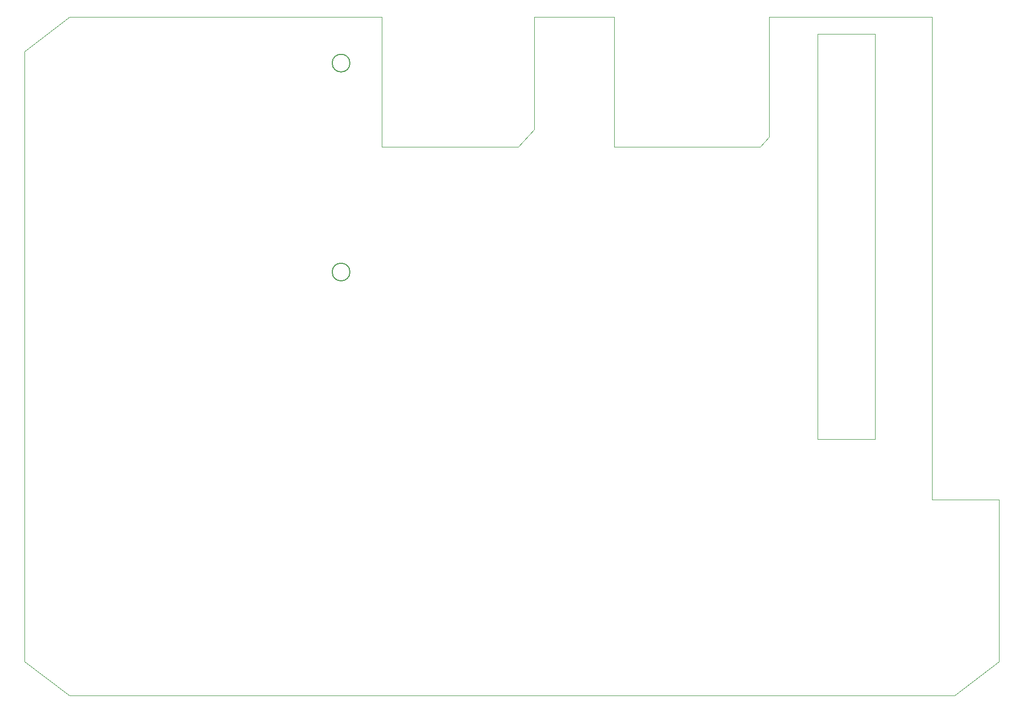
<source format=gm1>
G04 #@! TF.GenerationSoftware,KiCad,Pcbnew,6.99.0-unknown-bccc2f5792~148~ubuntu21.10.1*
G04 #@! TF.CreationDate,2022-10-30T21:35:02+01:00*
G04 #@! TF.ProjectId,AK-NW-12_Shield_OPi-PC-Zero_Nano_Pi_v1.3,414b2d4e-572d-4313-925f-536869656c64,rev?*
G04 #@! TF.SameCoordinates,Original*
G04 #@! TF.FileFunction,Profile,NP*
%FSLAX46Y46*%
G04 Gerber Fmt 4.6, Leading zero omitted, Abs format (unit mm)*
G04 Created by KiCad (PCBNEW 6.99.0-unknown-bccc2f5792~148~ubuntu21.10.1) date 2022-10-30 21:35:02*
%MOMM*%
%LPD*%
G01*
G04 APERTURE LIST*
G04 #@! TA.AperFunction,Profile*
%ADD10C,0.100000*%
G04 #@! TD*
G04 #@! TA.AperFunction,Profile*
%ADD11C,0.200000*%
G04 #@! TD*
G04 APERTURE END LIST*
D10*
X167000000Y-70000000D02*
X142300000Y-70000000D01*
D11*
X97500000Y-55800000D02*
G75*
G03*
X97500000Y-55800000I-1500000J0D01*
G01*
D10*
X128700000Y-48000000D02*
X128700000Y-67000000D01*
X50000000Y-163000000D02*
X199900000Y-163000000D01*
X207500000Y-129800000D02*
X207500000Y-157200000D01*
X42400000Y-157200000D02*
X50000000Y-163000000D01*
X168500000Y-48000000D02*
X168500000Y-68300000D01*
X126000000Y-70000000D02*
X102900000Y-70000000D01*
X207500000Y-129800000D02*
X196100000Y-129800000D01*
X196100000Y-48000000D02*
X168500000Y-48000000D01*
D11*
X97500000Y-91200000D02*
G75*
G03*
X97500000Y-91200000I-1500000J0D01*
G01*
D10*
X126000000Y-70000000D02*
X128700000Y-67000000D01*
X42400000Y-53800000D02*
X42400000Y-157200000D01*
X102900000Y-70000000D02*
X102900000Y-48000000D01*
X128700000Y-48000000D02*
X142300000Y-48000000D01*
X196100000Y-129800000D02*
X196100000Y-48000000D01*
X167000000Y-70000000D02*
X168500000Y-68300000D01*
X199900000Y-163000000D02*
X207500000Y-157200000D01*
X102900000Y-48000000D02*
X50000000Y-48000000D01*
X42400000Y-53800000D02*
X50000000Y-48000000D01*
X186450000Y-50874600D02*
X176750000Y-50874600D01*
X176750000Y-50874600D02*
X176750000Y-119500000D01*
X176750000Y-119500000D02*
X186450000Y-119500000D01*
X186450000Y-119500000D02*
X186450000Y-50874600D01*
X142300000Y-70000000D02*
X142300000Y-48000000D01*
M02*

</source>
